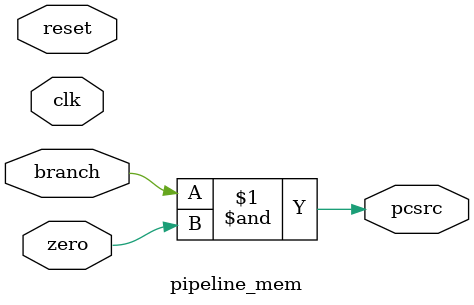
<source format=v>
`include "simparams.vh"


module pipeline_mem(input clk, reset,
                    input  branch,
                    input  zero,
                    output pcsrc);

   assign pcsrc = branch & zero;

   // TODO: Wire it to memory... somehow...

endmodule // pipeline_mem

</source>
